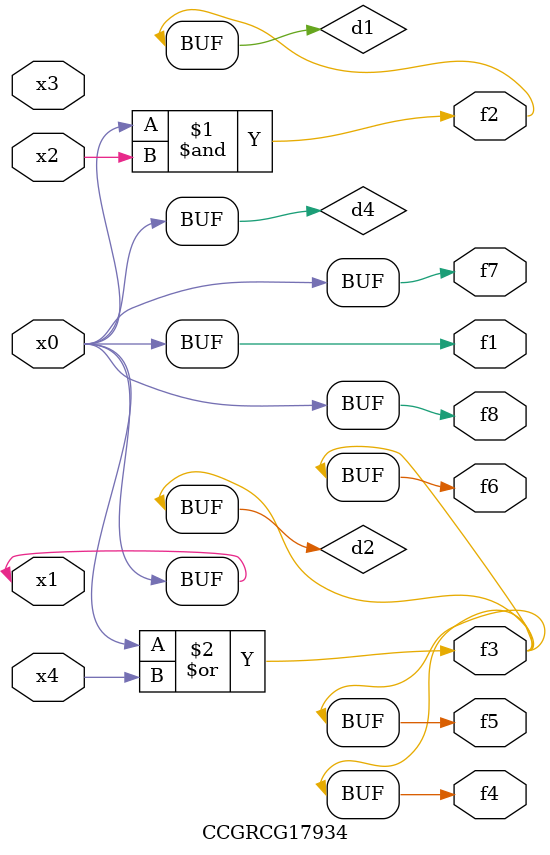
<source format=v>
module CCGRCG17934(
	input x0, x1, x2, x3, x4,
	output f1, f2, f3, f4, f5, f6, f7, f8
);

	wire d1, d2, d3, d4;

	and (d1, x0, x2);
	or (d2, x0, x4);
	nand (d3, x0, x2);
	buf (d4, x0, x1);
	assign f1 = d4;
	assign f2 = d1;
	assign f3 = d2;
	assign f4 = d2;
	assign f5 = d2;
	assign f6 = d2;
	assign f7 = d4;
	assign f8 = d4;
endmodule

</source>
